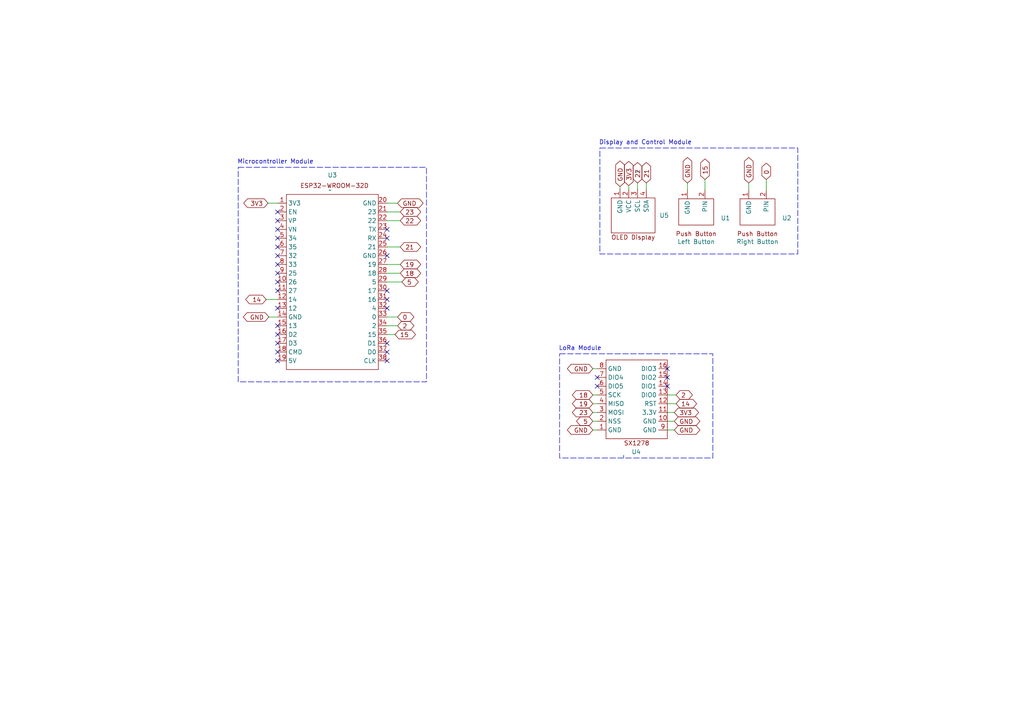
<source format=kicad_sch>
(kicad_sch (version 20230121) (generator eeschema)
  (paper "A4")
  (title_block (title "EEE4022S Receiver Circuit") (date "2023-09-26") (rev "v1.0") (company "University of Cape Town") (comment 1 "Rory Schram"))
  (lib_symbols
    (symbol "Custom:ESP32-WROOM-32D"
      (property "Reference" "U" (at 0 3.81 0))
      (symbol "ESP32-WROOM-32D_0_1"
        (rectangle (start -12.7 -1.27) (end 13.97 -52.07))
      )
      (symbol "ESP32-WROOM-32D_1_1"
        (text "ESP32-WROOM-32D" (at 1.27 1.27 0) (effects (font (size 1.27 1.27))))
        (pin bidirectional line (at -15.24 -3.81 0) (length 2.54) (name "3V3") (number "1"))
        (pin bidirectional line (at -15.24 -26.67 0) (length 2.54) (name "26") (number "10"))
        (pin bidirectional line (at -15.24 -29.21 0) (length 2.54) (name "27") (number "11"))
        (pin bidirectional line (at -15.24 -31.75 0) (length 2.54) (name "14") (number "12"))
        (pin bidirectional line (at -15.24 -34.29 0) (length 2.54) (name "12") (number "13"))
        (pin bidirectional line (at -15.24 -36.83 0) (length 2.54) (name "GND") (number "14"))
        (pin bidirectional line (at -15.24 -39.37 0) (length 2.54) (name "13") (number "15"))
        (pin bidirectional line (at -15.24 -41.91 0) (length 2.54) (name "D2") (number "16"))
        (pin bidirectional line (at -15.24 -44.45 0) (length 2.54) (name "D3") (number "17"))
        (pin bidirectional line (at -15.24 -46.99 0) (length 2.54) (name "CMD") (number "18"))
        (pin bidirectional line (at -15.24 -49.53 0) (length 2.54) (name "5V") (number "19"))
        (pin bidirectional line (at -15.24 -6.35 0) (length 2.54) (name "EN") (number "2"))
        (pin bidirectional line (at 16.51 -3.81 180) (length 2.54) (name "GND") (number "20"))
        (pin bidirectional line (at 16.51 -6.35 180) (length 2.54) (name "23") (number "21"))
        (pin bidirectional line (at 16.51 -8.89 180) (length 2.54) (name "22") (number "22"))
        (pin bidirectional line (at 16.51 -11.43 180) (length 2.54) (name "TX") (number "23"))
        (pin bidirectional line (at 16.51 -13.97 180) (length 2.54) (name "RX") (number "24"))
        (pin bidirectional line (at 16.51 -16.51 180) (length 2.54) (name "21") (number "25"))
        (pin bidirectional line (at 16.51 -19.05 180) (length 2.54) (name "GND") (number "26"))
        (pin bidirectional line (at 16.51 -21.59 180) (length 2.54) (name "19") (number "27"))
        (pin bidirectional line (at 16.51 -24.13 180) (length 2.54) (name "18") (number "28"))
        (pin bidirectional line (at 16.51 -26.67 180) (length 2.54) (name "5") (number "29"))
        (pin bidirectional line (at -15.24 -8.89 0) (length 2.54) (name "VP") (number "3"))
        (pin bidirectional line (at 16.51 -29.21 180) (length 2.54) (name "17") (number "30"))
        (pin bidirectional line (at 16.51 -31.75 180) (length 2.54) (name "16") (number "31"))
        (pin bidirectional line (at 16.51 -34.29 180) (length 2.54) (name "4") (number "32"))
        (pin bidirectional line (at 16.51 -36.83 180) (length 2.54) (name "0") (number "33"))
        (pin bidirectional line (at 16.51 -39.37 180) (length 2.54) (name "2") (number "34"))
        (pin bidirectional line (at 16.51 -41.91 180) (length 2.54) (name "15") (number "35"))
        (pin bidirectional line (at 16.51 -44.45 180) (length 2.54) (name "D1") (number "36"))
        (pin bidirectional line (at 16.51 -46.99 180) (length 2.54) (name "D0") (number "37"))
        (pin bidirectional line (at 16.51 -49.53 180) (length 2.54) (name "CLK") (number "38"))
        (pin bidirectional line (at -15.24 -11.43 0) (length 2.54) (name "VN") (number "4"))
        (pin bidirectional line (at -15.24 -13.97 0) (length 2.54) (name "34") (number "5"))
        (pin bidirectional line (at -15.24 -16.51 0) (length 2.54) (name "35") (number "6"))
        (pin bidirectional line (at -15.24 -19.05 0) (length 2.54) (name "32") (number "7"))
        (pin bidirectional line (at -15.24 -21.59 0) (length 2.54) (name "33") (number "8"))
        (pin bidirectional line (at -15.24 -24.13 0) (length 2.54) (name "25") (number "9"))
      )
    )
    (symbol "Custom:Oled_Display"
      (property "Reference" "U5" (at 6.35 -5.08 0))
      (property "Value" "~" (at 0 7.62 0))
      (symbol "Oled_Display_0_1"
        (rectangle (start -7.62 0) (end 5.08 -10.16))
      )
      (symbol "Oled_Display_1_1"
        (text "OLED Display" (at -1.27 -11.43 0) (effects (font (size 1.27 1.27))))
        (pin bidirectional line (at -5.08 2.54 270) (length 2.54) (name "GND") (number "1"))
        (pin bidirectional line (at -2.54 2.54 270) (length 2.54) (name "VCC") (number "2"))
        (pin bidirectional line (at 0 2.54 270) (length 2.54) (name "SCL") (number "3"))
        (pin bidirectional line (at 2.54 2.54 270) (length 2.54) (name "SDA") (number "4"))
      )
    )
    (symbol "Custom:Push_Button"
      (property "Reference" "U" (at -7.62 0 0))
      (symbol "Push_Button_0_1"
        (rectangle (start -5.08 2.54) (end 5.08 -5.08))
      )
      (symbol "Push_Button_1_1"
        (text "Push Button" (at 0 -7.62 0) (effects (font (size 1.27 1.27))))
        (pin bidirectional line (at -2.54 5.08 270) (length 2.54) (name "GND") (number "1"))
        (pin bidirectional line (at 2.54 5.08 270) (length 2.54) (name "PIN") (number "2"))
      )
    )
    (symbol "Custom:SX1278"
      (property "Reference" "U4" (at -16.51 -2.54 90))
      (property "Value" "~" (at -17.78 2.54 0))
      (symbol "SX1278_0_1"
        (rectangle (start -12.7 7.62) (end 10.16 -10.16))
      )
      (symbol "SX1278_1_1"
        (text "SX1278" (at -13.97 -1.27 900) (effects (font (size 1.27 1.27))))
        (pin bidirectional line (at -10.16 10.16 270) (length 2.54) (name "GND") (number "1"))
        (pin bidirectional line (at -7.62 -10.16 90) (length 2.54) (name "GND") (number "10"))
        (pin bidirectional line (at -5.08 -10.16 90) (length 2.54) (name "3.3V") (number "11"))
        (pin bidirectional line (at -2.54 -10.16 90) (length 2.54) (name "RST") (number "12"))
        (pin bidirectional line (at 0 -10.16 90) (length 2.54) (name "DIO0") (number "13"))
        (pin bidirectional line (at 2.54 -10.16 90) (length 2.54) (name "DIO1") (number "14"))
        (pin bidirectional line (at 5.08 -10.16 90) (length 2.54) (name "DIO2") (number "15"))
        (pin bidirectional line (at 7.62 -10.16 90) (length 2.54) (name "DIO3") (number "16"))
        (pin bidirectional line (at -7.62 10.16 270) (length 2.54) (name "NSS") (number "2"))
        (pin bidirectional line (at -5.08 10.16 270) (length 2.54) (name "MOSI") (number "3"))
        (pin bidirectional line (at -2.54 10.16 270) (length 2.54) (name "MISO") (number "4"))
        (pin bidirectional line (at 0 10.16 270) (length 2.54) (name "SCK") (number "5"))
        (pin bidirectional line (at 2.54 10.16 270) (length 2.54) (name "DIO5") (number "6"))
        (pin bidirectional line (at 5.08 10.16 270) (length 2.54) (name "DIO4") (number "7"))
        (pin bidirectional line (at 7.62 10.16 270) (length 2.54) (name "GND") (number "8"))
        (pin bidirectional line (at -10.16 -10.16 90) (length 2.54) (name "GND") (number "9"))
      )
    )
  )
  (no_connect (at 112.268 84.328))
  (no_connect (at 112.268 86.868))
  (no_connect (at 112.268 69.088))
  (no_connect (at 193.548 112.014))
  (no_connect (at 173.228 109.474))
  (no_connect (at 80.518 89.408))
  (no_connect (at 80.518 81.788))
  (no_connect (at 80.518 69.088))
  (no_connect (at 80.518 71.628))
  (no_connect (at 80.518 74.168))
  (no_connect (at 80.518 97.028))
  (no_connect (at 112.268 102.108))
  (no_connect (at 80.518 66.548))
  (no_connect (at 112.268 74.168))
  (no_connect (at 80.518 79.248))
  (no_connect (at 193.548 109.474))
  (no_connect (at 80.518 94.488))
  (no_connect (at 112.268 66.548))
  (no_connect (at 80.518 76.708))
  (no_connect (at 173.228 112.014))
  (no_connect (at 80.518 64.008))
  (no_connect (at 80.518 102.108))
  (no_connect (at 80.518 84.328))
  (no_connect (at 80.518 104.648))
  (no_connect (at 80.518 61.468))
  (no_connect (at 112.268 99.568))
  (no_connect (at 80.518 99.568))
  (no_connect (at 193.548 106.934))
  (no_connect (at 112.268 104.648))
  (no_connect (at 112.268 89.408))
  (wire (pts (xy 193.548 124.714) (xy 195.58 124.714)))
  (wire (pts (xy 171.958 124.714) (xy 173.228 124.714)))
  (wire (pts (xy 77.724 58.928) (xy 80.518 58.928)))
  (wire (pts (xy 171.958 114.554) (xy 173.228 114.554)))
  (wire (pts (xy 171.958 119.634) (xy 173.228 119.634)))
  (wire (pts (xy 193.548 122.174) (xy 195.58 122.174)))
  (wire (pts (xy 171.958 117.094) (xy 173.228 117.094)))
  (wire (pts (xy 179.832 54.102) (xy 179.832 54.864)))
  (wire (pts (xy 204.47 52.07) (xy 204.47 55.118)))
  (wire (pts (xy 112.268 79.248) (xy 116.078 79.248)))
  (wire (pts (xy 112.268 81.788) (xy 116.586 81.788)))
  (wire (pts (xy 112.268 76.708) (xy 116.078 76.708)))
  (wire (pts (xy 193.548 114.554) (xy 196.088 114.554)))
  (wire (pts (xy 184.912 53.086) (xy 184.912 54.864)))
  (wire (pts (xy 193.548 117.094) (xy 196.088 117.094)))
  (wire (pts (xy 193.548 119.634) (xy 195.58 119.634)))
  (wire (pts (xy 222.25 52.07) (xy 222.25 55.118)))
  (wire (pts (xy 171.958 106.934) (xy 173.228 106.934)))
  (wire (pts (xy 182.372 53.848) (xy 182.372 54.864)))
  (wire (pts (xy 112.268 94.488) (xy 115.316 94.488)))
  (wire (pts (xy 112.268 58.928) (xy 115.316 58.928)))
  (wire (pts (xy 77.978 91.948) (xy 80.518 91.948)))
  (wire (pts (xy 112.268 61.468) (xy 116.078 61.468)))
  (wire (pts (xy 77.216 86.868) (xy 80.518 86.868)))
  (wire (pts (xy 171.958 122.174) (xy 173.228 122.174)))
  (wire (pts (xy 112.268 91.948) (xy 115.316 91.948)))
  (wire (pts (xy 199.39 53.086) (xy 199.39 55.118)))
  (wire (pts (xy 112.268 97.028) (xy 114.554 97.028)))
  (wire (pts (xy 112.268 71.628) (xy 116.078 71.628)))
  (wire (pts (xy 217.17 53.086) (xy 217.17 55.118)))
  (wire (pts (xy 187.452 53.086) (xy 187.452 54.864)))
  (wire (pts (xy 112.268 64.008) (xy 116.078 64.008)))
  (rectangle (start 162.306 102.616) (end 206.756 132.842) (stroke (width 0) (type dash)))
  (rectangle (start 173.99 42.926) (end 231.394 73.66) (stroke (width 0) (type dash)))
  (rectangle (start 69.088 48.514) (end 123.698 110.744) (stroke (width 0) (type dash)))
  (text "Microcontroller Module" (at 68.834 47.752 0) (effects (font (size 1.27 1.27)) (justify left bottom)))
  (text "Display and Control Module" (at 173.736 42.164 0) (effects (font (size 1.27 1.27)) (justify left bottom)))
  (text "LoRa Module" (at 162.052 101.854 0) (effects (font (size 1.27 1.27)) (justify left bottom)))
  (global_label "3V3" (shape bidirectional) (at 77.724 58.928 180) (property "Intersheetrefs" "${INTERSHEET_REFS}" (effects hide)))
  (global_label "3V3" (shape bidirectional) (at 182.372 53.848 90) (property "Intersheetrefs" "${INTERSHEET_REFS}" (effects hide)))
  (global_label "18" (shape bidirectional) (at 171.958 114.554 180) (property "Intersheetrefs" "${INTERSHEET_REFS}" (effects hide)))
  (global_label "14" (shape bidirectional) (at 77.216 86.868 180) (property "Intersheetrefs" "${INTERSHEET_REFS}" (effects hide)))
  (global_label "GND" (shape bidirectional) (at 115.316 58.928 0) (property "Intersheetrefs" "${INTERSHEET_REFS}" (effects hide)))
  (global_label "GND" (shape bidirectional) (at 195.58 122.174 0) (property "Intersheetrefs" "${INTERSHEET_REFS}" (effects hide)))
  (global_label "21" (shape bidirectional) (at 116.078 71.628 0) (property "Intersheetrefs" "${INTERSHEET_REFS}" (effects hide)))
  (global_label "2" (shape bidirectional) (at 196.088 114.554 0) (property "Intersheetrefs" "${INTERSHEET_REFS}" (effects hide)))
  (global_label "GND" (shape bidirectional) (at 195.58 124.714 0) (property "Intersheetrefs" "${INTERSHEET_REFS}" (effects hide)))
  (global_label "2" (shape bidirectional) (at 115.316 94.488 0) (property "Intersheetrefs" "${INTERSHEET_REFS}" (effects hide)))
  (global_label "23" (shape bidirectional) (at 171.958 119.634 180) (property "Intersheetrefs" "${INTERSHEET_REFS}" (effects hide)))
  (global_label "GND" (shape bidirectional) (at 199.39 53.086 90) (property "Intersheetrefs" "${INTERSHEET_REFS}" (effects hide)))
  (global_label "19" (shape bidirectional) (at 171.958 117.094 180) (property "Intersheetrefs" "${INTERSHEET_REFS}" (effects hide)))
  (global_label "18" (shape bidirectional) (at 116.078 79.248 0) (property "Intersheetrefs" "${INTERSHEET_REFS}" (effects hide)))
  (global_label "22" (shape bidirectional) (at 184.912 53.086 90) (property "Intersheetrefs" "${INTERSHEET_REFS}" (effects hide)))
  (global_label "23" (shape bidirectional) (at 116.078 61.468 0) (property "Intersheetrefs" "${INTERSHEET_REFS}" (effects hide)))
  (global_label "GND" (shape bidirectional) (at 77.978 91.948 180) (property "Intersheetrefs" "${INTERSHEET_REFS}" (effects hide)))
  (global_label "5" (shape bidirectional) (at 116.586 81.788 0) (property "Intersheetrefs" "${INTERSHEET_REFS}" (effects hide)))
  (global_label "5" (shape bidirectional) (at 171.958 122.174 180) (property "Intersheetrefs" "${INTERSHEET_REFS}" (effects hide)))
  (global_label "3V3" (shape bidirectional) (at 195.58 119.634 0) (property "Intersheetrefs" "${INTERSHEET_REFS}" (effects hide)))
  (global_label "GND" (shape bidirectional) (at 171.958 106.934 180) (property "Intersheetrefs" "${INTERSHEET_REFS}" (effects hide)))
  (global_label "15" (shape bidirectional) (at 114.554 97.028 0) (property "Intersheetrefs" "${INTERSHEET_REFS}" (effects hide)))
  (global_label "21" (shape bidirectional) (at 187.452 53.086 90) (property "Intersheetrefs" "${INTERSHEET_REFS}" (effects hide)))
  (global_label "22" (shape bidirectional) (at 116.078 64.008 0) (property "Intersheetrefs" "${INTERSHEET_REFS}" (effects hide)))
  (global_label "GND" (shape bidirectional) (at 171.958 124.714 180) (property "Intersheetrefs" "${INTERSHEET_REFS}" (effects hide)))
  (global_label "15" (shape bidirectional) (at 204.47 52.07 90) (property "Intersheetrefs" "${INTERSHEET_REFS}" (effects hide)))
  (global_label "GND" (shape bidirectional) (at 179.832 54.102 90) (property "Intersheetrefs" "${INTERSHEET_REFS}" (effects hide)))
  (global_label "0" (shape bidirectional) (at 115.316 91.948 0) (property "Intersheetrefs" "${INTERSHEET_REFS}" (effects hide)))
  (global_label "14" (shape bidirectional) (at 196.088 117.094 0) (property "Intersheetrefs" "${INTERSHEET_REFS}" (effects hide)))
  (global_label "19" (shape bidirectional) (at 116.078 76.708 0) (property "Intersheetrefs" "${INTERSHEET_REFS}" (effects hide)))
  (global_label "GND" (shape bidirectional) (at 217.17 53.086 90) (property "Intersheetrefs" "${INTERSHEET_REFS}" (effects hide)))
  (global_label "0" (shape bidirectional) (at 222.25 52.07 90) (property "Intersheetrefs" "${INTERSHEET_REFS}" (effects hide)))
  (symbol (lib_id "Custom:Push_Button") (at 201.93 60.198 0) (unit 1)
    (property "Reference" "U1" (at 209.042 63.2488 0) (effects (justify left)))
    (property "Value" "Left Button" (at 201.93 70.104 0))
    (property "Footprint" "Custom:Push Button" (effects hide))
  )
  (symbol (lib_id "Custom:Push_Button") (at 219.71 60.198 0) (unit 1)
    (property "Reference" "U2" (at 226.822 63.2488 0) (effects (justify left)))
    (property "Value" "Right Button" (at 219.71 70.104 0))
    (property "Footprint" "Custom:Push Button" (effects hide))
  )
  (symbol (lib_id "Custom:SX1278") (at 183.388 114.554 90) (unit 1)
    (property "Reference" "U4" (at 185.928 131.064 90) (effects (justify left)))
    (property "Value" "~" (at 180.848 132.334 0))
    (property "Footprint" "Custom:SX1278" (effects hide))
  )
  (symbol (lib_id "Custom:Oled_Display") (at 184.912 57.404 0) (unit 1)
    (property "Reference" "U5" (at 191.262 62.484 0) (effects (justify left)))
    (property "Value" "~" (at 184.912 49.784 0))
    (property "Footprint" "Custom:OLED Display" (effects hide))
  )
  (symbol (lib_id "Custom:ESP32-WROOM-32D") (at 95.758 55.118 0) (unit 1)
    (property "Reference" "U3" (at 96.393 50.8 0))
    (property "Value" "~" (at 95.758 55.118 0))
  )
)
</source>
